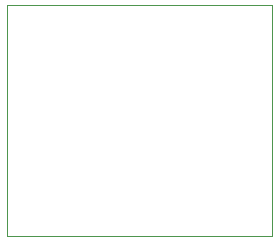
<source format=gbr>
G04 #@! TF.GenerationSoftware,KiCad,Pcbnew,(5.1.4)-1*
G04 #@! TF.CreationDate,2020-05-08T13:54:39-05:00*
G04 #@! TF.ProjectId,RN4871Board,524e3438-3731-4426-9f61-72642e6b6963,rev?*
G04 #@! TF.SameCoordinates,Original*
G04 #@! TF.FileFunction,Profile,NP*
%FSLAX46Y46*%
G04 Gerber Fmt 4.6, Leading zero omitted, Abs format (unit mm)*
G04 Created by KiCad (PCBNEW (5.1.4)-1) date 2020-05-08 13:54:39*
%MOMM*%
%LPD*%
G04 APERTURE LIST*
%ADD10C,0.050000*%
G04 APERTURE END LIST*
D10*
X121259600Y-89500000D02*
X121259600Y-109016800D01*
X143713200Y-89500000D02*
X121259600Y-89500000D01*
X143713200Y-109016800D02*
X143713200Y-89500000D01*
X121259600Y-109016800D02*
X143713200Y-109016800D01*
M02*

</source>
